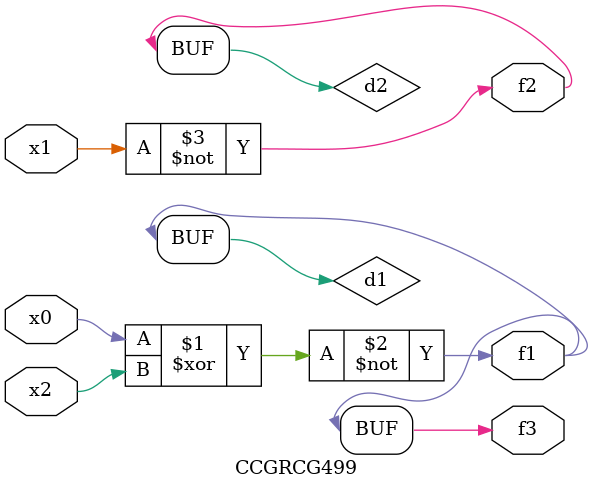
<source format=v>
module CCGRCG499(
	input x0, x1, x2,
	output f1, f2, f3
);

	wire d1, d2, d3;

	xnor (d1, x0, x2);
	nand (d2, x1);
	nor (d3, x1, x2);
	assign f1 = d1;
	assign f2 = d2;
	assign f3 = d1;
endmodule

</source>
